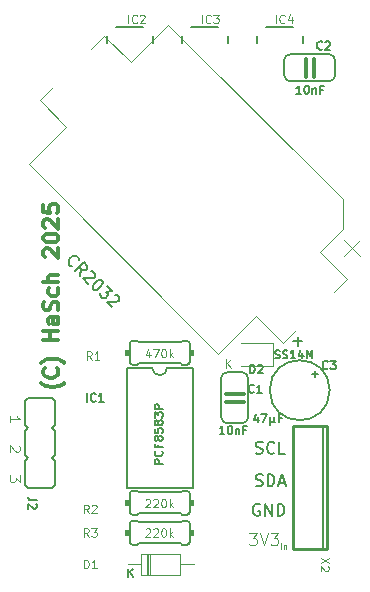
<source format=gbr>
%TF.GenerationSoftware,KiCad,Pcbnew,8.0.6*%
%TF.CreationDate,2025-07-11T22:44:48+02:00*%
%TF.ProjectId,PCF8583 1v4,50434638-3538-4332-9031-76342e6b6963,rev?*%
%TF.SameCoordinates,Original*%
%TF.FileFunction,Legend,Top*%
%TF.FilePolarity,Positive*%
%FSLAX46Y46*%
G04 Gerber Fmt 4.6, Leading zero omitted, Abs format (unit mm)*
G04 Created by KiCad (PCBNEW 8.0.6) date 2025-07-11 22:44:48*
%MOMM*%
%LPD*%
G01*
G04 APERTURE LIST*
%ADD10C,0.300000*%
%ADD11C,0.062500*%
%ADD12C,0.125000*%
%ADD13C,0.100000*%
%ADD14C,0.142240*%
%ADD15C,0.150000*%
%ADD16C,0.099060*%
%ADD17C,0.101600*%
%ADD18C,0.127000*%
%ADD19C,0.118872*%
%ADD20C,0.120000*%
%ADD21C,0.203200*%
%ADD22C,0.152400*%
%ADD23C,0.000000*%
%ADD24C,0.304800*%
%ADD25C,0.254000*%
G04 APERTURE END LIST*
D10*
X139320542Y-112621679D02*
X139258638Y-112683584D01*
X139258638Y-112683584D02*
X139072923Y-112807393D01*
X139072923Y-112807393D02*
X138949114Y-112869298D01*
X138949114Y-112869298D02*
X138763400Y-112931203D01*
X138763400Y-112931203D02*
X138453876Y-112993108D01*
X138453876Y-112993108D02*
X138206257Y-112993108D01*
X138206257Y-112993108D02*
X137896733Y-112931203D01*
X137896733Y-112931203D02*
X137711019Y-112869298D01*
X137711019Y-112869298D02*
X137587209Y-112807393D01*
X137587209Y-112807393D02*
X137401495Y-112683584D01*
X137401495Y-112683584D02*
X137339590Y-112621679D01*
X138701495Y-111383584D02*
X138763400Y-111445488D01*
X138763400Y-111445488D02*
X138825304Y-111631203D01*
X138825304Y-111631203D02*
X138825304Y-111755012D01*
X138825304Y-111755012D02*
X138763400Y-111940726D01*
X138763400Y-111940726D02*
X138639590Y-112064536D01*
X138639590Y-112064536D02*
X138515780Y-112126441D01*
X138515780Y-112126441D02*
X138268161Y-112188345D01*
X138268161Y-112188345D02*
X138082447Y-112188345D01*
X138082447Y-112188345D02*
X137834828Y-112126441D01*
X137834828Y-112126441D02*
X137711019Y-112064536D01*
X137711019Y-112064536D02*
X137587209Y-111940726D01*
X137587209Y-111940726D02*
X137525304Y-111755012D01*
X137525304Y-111755012D02*
X137525304Y-111631203D01*
X137525304Y-111631203D02*
X137587209Y-111445488D01*
X137587209Y-111445488D02*
X137649114Y-111383584D01*
X139320542Y-110950250D02*
X139258638Y-110888345D01*
X139258638Y-110888345D02*
X139072923Y-110764536D01*
X139072923Y-110764536D02*
X138949114Y-110702631D01*
X138949114Y-110702631D02*
X138763400Y-110640726D01*
X138763400Y-110640726D02*
X138453876Y-110578822D01*
X138453876Y-110578822D02*
X138206257Y-110578822D01*
X138206257Y-110578822D02*
X137896733Y-110640726D01*
X137896733Y-110640726D02*
X137711019Y-110702631D01*
X137711019Y-110702631D02*
X137587209Y-110764536D01*
X137587209Y-110764536D02*
X137401495Y-110888345D01*
X137401495Y-110888345D02*
X137339590Y-110950250D01*
X138825304Y-108969298D02*
X137525304Y-108969298D01*
X138144352Y-108969298D02*
X138144352Y-108226441D01*
X138825304Y-108226441D02*
X137525304Y-108226441D01*
X138825304Y-107050250D02*
X138144352Y-107050250D01*
X138144352Y-107050250D02*
X138020542Y-107112155D01*
X138020542Y-107112155D02*
X137958638Y-107235964D01*
X137958638Y-107235964D02*
X137958638Y-107483583D01*
X137958638Y-107483583D02*
X138020542Y-107607393D01*
X138763400Y-107050250D02*
X138825304Y-107174059D01*
X138825304Y-107174059D02*
X138825304Y-107483583D01*
X138825304Y-107483583D02*
X138763400Y-107607393D01*
X138763400Y-107607393D02*
X138639590Y-107669297D01*
X138639590Y-107669297D02*
X138515780Y-107669297D01*
X138515780Y-107669297D02*
X138391971Y-107607393D01*
X138391971Y-107607393D02*
X138330066Y-107483583D01*
X138330066Y-107483583D02*
X138330066Y-107174059D01*
X138330066Y-107174059D02*
X138268161Y-107050250D01*
X138763400Y-106493107D02*
X138825304Y-106307393D01*
X138825304Y-106307393D02*
X138825304Y-105997869D01*
X138825304Y-105997869D02*
X138763400Y-105874060D01*
X138763400Y-105874060D02*
X138701495Y-105812155D01*
X138701495Y-105812155D02*
X138577685Y-105750250D01*
X138577685Y-105750250D02*
X138453876Y-105750250D01*
X138453876Y-105750250D02*
X138330066Y-105812155D01*
X138330066Y-105812155D02*
X138268161Y-105874060D01*
X138268161Y-105874060D02*
X138206257Y-105997869D01*
X138206257Y-105997869D02*
X138144352Y-106245488D01*
X138144352Y-106245488D02*
X138082447Y-106369298D01*
X138082447Y-106369298D02*
X138020542Y-106431203D01*
X138020542Y-106431203D02*
X137896733Y-106493107D01*
X137896733Y-106493107D02*
X137772923Y-106493107D01*
X137772923Y-106493107D02*
X137649114Y-106431203D01*
X137649114Y-106431203D02*
X137587209Y-106369298D01*
X137587209Y-106369298D02*
X137525304Y-106245488D01*
X137525304Y-106245488D02*
X137525304Y-105935965D01*
X137525304Y-105935965D02*
X137587209Y-105750250D01*
X138763400Y-104635965D02*
X138825304Y-104759774D01*
X138825304Y-104759774D02*
X138825304Y-105007393D01*
X138825304Y-105007393D02*
X138763400Y-105131203D01*
X138763400Y-105131203D02*
X138701495Y-105193108D01*
X138701495Y-105193108D02*
X138577685Y-105255012D01*
X138577685Y-105255012D02*
X138206257Y-105255012D01*
X138206257Y-105255012D02*
X138082447Y-105193108D01*
X138082447Y-105193108D02*
X138020542Y-105131203D01*
X138020542Y-105131203D02*
X137958638Y-105007393D01*
X137958638Y-105007393D02*
X137958638Y-104759774D01*
X137958638Y-104759774D02*
X138020542Y-104635965D01*
X138825304Y-104078822D02*
X137525304Y-104078822D01*
X138825304Y-103521679D02*
X138144352Y-103521679D01*
X138144352Y-103521679D02*
X138020542Y-103583584D01*
X138020542Y-103583584D02*
X137958638Y-103707393D01*
X137958638Y-103707393D02*
X137958638Y-103893107D01*
X137958638Y-103893107D02*
X138020542Y-104016917D01*
X138020542Y-104016917D02*
X138082447Y-104078822D01*
X137649114Y-101974060D02*
X137587209Y-101912156D01*
X137587209Y-101912156D02*
X137525304Y-101788346D01*
X137525304Y-101788346D02*
X137525304Y-101478822D01*
X137525304Y-101478822D02*
X137587209Y-101355013D01*
X137587209Y-101355013D02*
X137649114Y-101293108D01*
X137649114Y-101293108D02*
X137772923Y-101231203D01*
X137772923Y-101231203D02*
X137896733Y-101231203D01*
X137896733Y-101231203D02*
X138082447Y-101293108D01*
X138082447Y-101293108D02*
X138825304Y-102035965D01*
X138825304Y-102035965D02*
X138825304Y-101231203D01*
X137525304Y-100426442D02*
X137525304Y-100302632D01*
X137525304Y-100302632D02*
X137587209Y-100178823D01*
X137587209Y-100178823D02*
X137649114Y-100116918D01*
X137649114Y-100116918D02*
X137772923Y-100055013D01*
X137772923Y-100055013D02*
X138020542Y-99993108D01*
X138020542Y-99993108D02*
X138330066Y-99993108D01*
X138330066Y-99993108D02*
X138577685Y-100055013D01*
X138577685Y-100055013D02*
X138701495Y-100116918D01*
X138701495Y-100116918D02*
X138763400Y-100178823D01*
X138763400Y-100178823D02*
X138825304Y-100302632D01*
X138825304Y-100302632D02*
X138825304Y-100426442D01*
X138825304Y-100426442D02*
X138763400Y-100550251D01*
X138763400Y-100550251D02*
X138701495Y-100612156D01*
X138701495Y-100612156D02*
X138577685Y-100674061D01*
X138577685Y-100674061D02*
X138330066Y-100735965D01*
X138330066Y-100735965D02*
X138020542Y-100735965D01*
X138020542Y-100735965D02*
X137772923Y-100674061D01*
X137772923Y-100674061D02*
X137649114Y-100612156D01*
X137649114Y-100612156D02*
X137587209Y-100550251D01*
X137587209Y-100550251D02*
X137525304Y-100426442D01*
X137649114Y-99497870D02*
X137587209Y-99435966D01*
X137587209Y-99435966D02*
X137525304Y-99312156D01*
X137525304Y-99312156D02*
X137525304Y-99002632D01*
X137525304Y-99002632D02*
X137587209Y-98878823D01*
X137587209Y-98878823D02*
X137649114Y-98816918D01*
X137649114Y-98816918D02*
X137772923Y-98755013D01*
X137772923Y-98755013D02*
X137896733Y-98755013D01*
X137896733Y-98755013D02*
X138082447Y-98816918D01*
X138082447Y-98816918D02*
X138825304Y-99559775D01*
X138825304Y-99559775D02*
X138825304Y-98755013D01*
X137525304Y-97578823D02*
X137525304Y-98197871D01*
X137525304Y-98197871D02*
X138144352Y-98259775D01*
X138144352Y-98259775D02*
X138082447Y-98197871D01*
X138082447Y-98197871D02*
X138020542Y-98074061D01*
X138020542Y-98074061D02*
X138020542Y-97764537D01*
X138020542Y-97764537D02*
X138082447Y-97640728D01*
X138082447Y-97640728D02*
X138144352Y-97578823D01*
X138144352Y-97578823D02*
X138268161Y-97516918D01*
X138268161Y-97516918D02*
X138577685Y-97516918D01*
X138577685Y-97516918D02*
X138701495Y-97578823D01*
X138701495Y-97578823D02*
X138763400Y-97640728D01*
X138763400Y-97640728D02*
X138825304Y-97764537D01*
X138825304Y-97764537D02*
X138825304Y-98074061D01*
X138825304Y-98074061D02*
X138763400Y-98197871D01*
X138763400Y-98197871D02*
X138701495Y-98259775D01*
D11*
X157660165Y-126685559D02*
X157660165Y-126352226D01*
X157660165Y-126185559D02*
X157636356Y-126209369D01*
X157636356Y-126209369D02*
X157660165Y-126233178D01*
X157660165Y-126233178D02*
X157683975Y-126209369D01*
X157683975Y-126209369D02*
X157660165Y-126185559D01*
X157660165Y-126185559D02*
X157660165Y-126233178D01*
X157898260Y-126352226D02*
X157898260Y-126685559D01*
X157898260Y-126399845D02*
X157922070Y-126376035D01*
X157922070Y-126376035D02*
X157969689Y-126352226D01*
X157969689Y-126352226D02*
X158041117Y-126352226D01*
X158041117Y-126352226D02*
X158088736Y-126376035D01*
X158088736Y-126376035D02*
X158112546Y-126423654D01*
X158112546Y-126423654D02*
X158112546Y-126685559D01*
D12*
X154975093Y-125371119D02*
X155594140Y-125371119D01*
X155594140Y-125371119D02*
X155260807Y-125752071D01*
X155260807Y-125752071D02*
X155403664Y-125752071D01*
X155403664Y-125752071D02*
X155498902Y-125799690D01*
X155498902Y-125799690D02*
X155546521Y-125847309D01*
X155546521Y-125847309D02*
X155594140Y-125942547D01*
X155594140Y-125942547D02*
X155594140Y-126180642D01*
X155594140Y-126180642D02*
X155546521Y-126275880D01*
X155546521Y-126275880D02*
X155498902Y-126323500D01*
X155498902Y-126323500D02*
X155403664Y-126371119D01*
X155403664Y-126371119D02*
X155117950Y-126371119D01*
X155117950Y-126371119D02*
X155022712Y-126323500D01*
X155022712Y-126323500D02*
X154975093Y-126275880D01*
X155879855Y-125371119D02*
X156213188Y-126371119D01*
X156213188Y-126371119D02*
X156546521Y-125371119D01*
X156784617Y-125371119D02*
X157403664Y-125371119D01*
X157403664Y-125371119D02*
X157070331Y-125752071D01*
X157070331Y-125752071D02*
X157213188Y-125752071D01*
X157213188Y-125752071D02*
X157308426Y-125799690D01*
X157308426Y-125799690D02*
X157356045Y-125847309D01*
X157356045Y-125847309D02*
X157403664Y-125942547D01*
X157403664Y-125942547D02*
X157403664Y-126180642D01*
X157403664Y-126180642D02*
X157356045Y-126275880D01*
X157356045Y-126275880D02*
X157308426Y-126323500D01*
X157308426Y-126323500D02*
X157213188Y-126371119D01*
X157213188Y-126371119D02*
X156927474Y-126371119D01*
X156927474Y-126371119D02*
X156832236Y-126323500D01*
X156832236Y-126323500D02*
X156784617Y-126275880D01*
D13*
X153006265Y-111396895D02*
X153006265Y-110596895D01*
X153463408Y-111396895D02*
X153120550Y-110939752D01*
X153463408Y-110596895D02*
X153006265Y-111054038D01*
D14*
X155855482Y-122917841D02*
X155760244Y-122870222D01*
X155760244Y-122870222D02*
X155617387Y-122870222D01*
X155617387Y-122870222D02*
X155474530Y-122917841D01*
X155474530Y-122917841D02*
X155379292Y-123013079D01*
X155379292Y-123013079D02*
X155331673Y-123108317D01*
X155331673Y-123108317D02*
X155284054Y-123298793D01*
X155284054Y-123298793D02*
X155284054Y-123441650D01*
X155284054Y-123441650D02*
X155331673Y-123632126D01*
X155331673Y-123632126D02*
X155379292Y-123727364D01*
X155379292Y-123727364D02*
X155474530Y-123822603D01*
X155474530Y-123822603D02*
X155617387Y-123870222D01*
X155617387Y-123870222D02*
X155712625Y-123870222D01*
X155712625Y-123870222D02*
X155855482Y-123822603D01*
X155855482Y-123822603D02*
X155903101Y-123774983D01*
X155903101Y-123774983D02*
X155903101Y-123441650D01*
X155903101Y-123441650D02*
X155712625Y-123441650D01*
X156331673Y-123870222D02*
X156331673Y-122870222D01*
X156331673Y-122870222D02*
X156903101Y-123870222D01*
X156903101Y-123870222D02*
X156903101Y-122870222D01*
X157379292Y-123870222D02*
X157379292Y-122870222D01*
X157379292Y-122870222D02*
X157617387Y-122870222D01*
X157617387Y-122870222D02*
X157760244Y-122917841D01*
X157760244Y-122917841D02*
X157855482Y-123013079D01*
X157855482Y-123013079D02*
X157903101Y-123108317D01*
X157903101Y-123108317D02*
X157950720Y-123298793D01*
X157950720Y-123298793D02*
X157950720Y-123441650D01*
X157950720Y-123441650D02*
X157903101Y-123632126D01*
X157903101Y-123632126D02*
X157855482Y-123727364D01*
X157855482Y-123727364D02*
X157760244Y-123822603D01*
X157760244Y-123822603D02*
X157617387Y-123870222D01*
X157617387Y-123870222D02*
X157379292Y-123870222D01*
X155534054Y-118572603D02*
X155676911Y-118620222D01*
X155676911Y-118620222D02*
X155915006Y-118620222D01*
X155915006Y-118620222D02*
X156010244Y-118572603D01*
X156010244Y-118572603D02*
X156057863Y-118524983D01*
X156057863Y-118524983D02*
X156105482Y-118429745D01*
X156105482Y-118429745D02*
X156105482Y-118334507D01*
X156105482Y-118334507D02*
X156057863Y-118239269D01*
X156057863Y-118239269D02*
X156010244Y-118191650D01*
X156010244Y-118191650D02*
X155915006Y-118144031D01*
X155915006Y-118144031D02*
X155724530Y-118096412D01*
X155724530Y-118096412D02*
X155629292Y-118048793D01*
X155629292Y-118048793D02*
X155581673Y-118001174D01*
X155581673Y-118001174D02*
X155534054Y-117905936D01*
X155534054Y-117905936D02*
X155534054Y-117810698D01*
X155534054Y-117810698D02*
X155581673Y-117715460D01*
X155581673Y-117715460D02*
X155629292Y-117667841D01*
X155629292Y-117667841D02*
X155724530Y-117620222D01*
X155724530Y-117620222D02*
X155962625Y-117620222D01*
X155962625Y-117620222D02*
X156105482Y-117667841D01*
X157105482Y-118524983D02*
X157057863Y-118572603D01*
X157057863Y-118572603D02*
X156915006Y-118620222D01*
X156915006Y-118620222D02*
X156819768Y-118620222D01*
X156819768Y-118620222D02*
X156676911Y-118572603D01*
X156676911Y-118572603D02*
X156581673Y-118477364D01*
X156581673Y-118477364D02*
X156534054Y-118382126D01*
X156534054Y-118382126D02*
X156486435Y-118191650D01*
X156486435Y-118191650D02*
X156486435Y-118048793D01*
X156486435Y-118048793D02*
X156534054Y-117858317D01*
X156534054Y-117858317D02*
X156581673Y-117763079D01*
X156581673Y-117763079D02*
X156676911Y-117667841D01*
X156676911Y-117667841D02*
X156819768Y-117620222D01*
X156819768Y-117620222D02*
X156915006Y-117620222D01*
X156915006Y-117620222D02*
X157057863Y-117667841D01*
X157057863Y-117667841D02*
X157105482Y-117715460D01*
X158010244Y-118620222D02*
X157534054Y-118620222D01*
X157534054Y-118620222D02*
X157534054Y-117620222D01*
X155534054Y-121322603D02*
X155676911Y-121370222D01*
X155676911Y-121370222D02*
X155915006Y-121370222D01*
X155915006Y-121370222D02*
X156010244Y-121322603D01*
X156010244Y-121322603D02*
X156057863Y-121274983D01*
X156057863Y-121274983D02*
X156105482Y-121179745D01*
X156105482Y-121179745D02*
X156105482Y-121084507D01*
X156105482Y-121084507D02*
X156057863Y-120989269D01*
X156057863Y-120989269D02*
X156010244Y-120941650D01*
X156010244Y-120941650D02*
X155915006Y-120894031D01*
X155915006Y-120894031D02*
X155724530Y-120846412D01*
X155724530Y-120846412D02*
X155629292Y-120798793D01*
X155629292Y-120798793D02*
X155581673Y-120751174D01*
X155581673Y-120751174D02*
X155534054Y-120655936D01*
X155534054Y-120655936D02*
X155534054Y-120560698D01*
X155534054Y-120560698D02*
X155581673Y-120465460D01*
X155581673Y-120465460D02*
X155629292Y-120417841D01*
X155629292Y-120417841D02*
X155724530Y-120370222D01*
X155724530Y-120370222D02*
X155962625Y-120370222D01*
X155962625Y-120370222D02*
X156105482Y-120417841D01*
X156534054Y-121370222D02*
X156534054Y-120370222D01*
X156534054Y-120370222D02*
X156772149Y-120370222D01*
X156772149Y-120370222D02*
X156915006Y-120417841D01*
X156915006Y-120417841D02*
X157010244Y-120513079D01*
X157010244Y-120513079D02*
X157057863Y-120608317D01*
X157057863Y-120608317D02*
X157105482Y-120798793D01*
X157105482Y-120798793D02*
X157105482Y-120941650D01*
X157105482Y-120941650D02*
X157057863Y-121132126D01*
X157057863Y-121132126D02*
X157010244Y-121227364D01*
X157010244Y-121227364D02*
X156915006Y-121322603D01*
X156915006Y-121322603D02*
X156772149Y-121370222D01*
X156772149Y-121370222D02*
X156534054Y-121370222D01*
X157486435Y-121084507D02*
X157962625Y-121084507D01*
X157391197Y-121370222D02*
X157724530Y-120370222D01*
X157724530Y-120370222D02*
X158057863Y-121370222D01*
D15*
X140014180Y-102772704D02*
X139946837Y-102772704D01*
X139946837Y-102772704D02*
X139812150Y-102705361D01*
X139812150Y-102705361D02*
X139744806Y-102638017D01*
X139744806Y-102638017D02*
X139677463Y-102503330D01*
X139677463Y-102503330D02*
X139677463Y-102368643D01*
X139677463Y-102368643D02*
X139711134Y-102267628D01*
X139711134Y-102267628D02*
X139812150Y-102099269D01*
X139812150Y-102099269D02*
X139913165Y-101998254D01*
X139913165Y-101998254D02*
X140081524Y-101897239D01*
X140081524Y-101897239D02*
X140182539Y-101863567D01*
X140182539Y-101863567D02*
X140317226Y-101863567D01*
X140317226Y-101863567D02*
X140451913Y-101930911D01*
X140451913Y-101930911D02*
X140519257Y-101998254D01*
X140519257Y-101998254D02*
X140586600Y-102132941D01*
X140586600Y-102132941D02*
X140586600Y-102200285D01*
X140653944Y-103547155D02*
X140754959Y-102974735D01*
X140249882Y-103143094D02*
X140956989Y-102435987D01*
X140956989Y-102435987D02*
X141226363Y-102705361D01*
X141226363Y-102705361D02*
X141260035Y-102806376D01*
X141260035Y-102806376D02*
X141260035Y-102873720D01*
X141260035Y-102873720D02*
X141226363Y-102974735D01*
X141226363Y-102974735D02*
X141125348Y-103075750D01*
X141125348Y-103075750D02*
X141024333Y-103109422D01*
X141024333Y-103109422D02*
X140956989Y-103109422D01*
X140956989Y-103109422D02*
X140855974Y-103075750D01*
X140855974Y-103075750D02*
X140586600Y-102806376D01*
X141563081Y-103176766D02*
X141630424Y-103176766D01*
X141630424Y-103176766D02*
X141731440Y-103210437D01*
X141731440Y-103210437D02*
X141899798Y-103378796D01*
X141899798Y-103378796D02*
X141933470Y-103479811D01*
X141933470Y-103479811D02*
X141933470Y-103547155D01*
X141933470Y-103547155D02*
X141899798Y-103648170D01*
X141899798Y-103648170D02*
X141832455Y-103715514D01*
X141832455Y-103715514D02*
X141697768Y-103782857D01*
X141697768Y-103782857D02*
X140889646Y-103782857D01*
X140889646Y-103782857D02*
X141327379Y-104220590D01*
X142472218Y-103951216D02*
X142539562Y-104018559D01*
X142539562Y-104018559D02*
X142573233Y-104119575D01*
X142573233Y-104119575D02*
X142573233Y-104186918D01*
X142573233Y-104186918D02*
X142539562Y-104287933D01*
X142539562Y-104287933D02*
X142438546Y-104456292D01*
X142438546Y-104456292D02*
X142270188Y-104624651D01*
X142270188Y-104624651D02*
X142101829Y-104725666D01*
X142101829Y-104725666D02*
X142000814Y-104759338D01*
X142000814Y-104759338D02*
X141933470Y-104759338D01*
X141933470Y-104759338D02*
X141832455Y-104725666D01*
X141832455Y-104725666D02*
X141765111Y-104658323D01*
X141765111Y-104658323D02*
X141731440Y-104557307D01*
X141731440Y-104557307D02*
X141731440Y-104489964D01*
X141731440Y-104489964D02*
X141765111Y-104388949D01*
X141765111Y-104388949D02*
X141866127Y-104220590D01*
X141866127Y-104220590D02*
X142034485Y-104052231D01*
X142034485Y-104052231D02*
X142202844Y-103951216D01*
X142202844Y-103951216D02*
X142303859Y-103917544D01*
X142303859Y-103917544D02*
X142371203Y-103917544D01*
X142371203Y-103917544D02*
X142472218Y-103951216D01*
X142943623Y-104422620D02*
X143381355Y-104860353D01*
X143381355Y-104860353D02*
X142876279Y-104894025D01*
X142876279Y-104894025D02*
X142977294Y-104995040D01*
X142977294Y-104995040D02*
X143010966Y-105096055D01*
X143010966Y-105096055D02*
X143010966Y-105163399D01*
X143010966Y-105163399D02*
X142977294Y-105264414D01*
X142977294Y-105264414D02*
X142808936Y-105432773D01*
X142808936Y-105432773D02*
X142707920Y-105466445D01*
X142707920Y-105466445D02*
X142640577Y-105466445D01*
X142640577Y-105466445D02*
X142539562Y-105432773D01*
X142539562Y-105432773D02*
X142337531Y-105230742D01*
X142337531Y-105230742D02*
X142303859Y-105129727D01*
X142303859Y-105129727D02*
X142303859Y-105062384D01*
X143583386Y-105197071D02*
X143650729Y-105197071D01*
X143650729Y-105197071D02*
X143751745Y-105230742D01*
X143751745Y-105230742D02*
X143920104Y-105399101D01*
X143920104Y-105399101D02*
X143953775Y-105500116D01*
X143953775Y-105500116D02*
X143953775Y-105567460D01*
X143953775Y-105567460D02*
X143920104Y-105668475D01*
X143920104Y-105668475D02*
X143852760Y-105735819D01*
X143852760Y-105735819D02*
X143718073Y-105803162D01*
X143718073Y-105803162D02*
X142909951Y-105803162D01*
X142909951Y-105803162D02*
X143347684Y-106240895D01*
X158718489Y-109111892D02*
X159480394Y-109111892D01*
X159099441Y-109492845D02*
X159099441Y-108730940D01*
X144751666Y-129066033D02*
X144751666Y-128366033D01*
X145151666Y-129066033D02*
X144851666Y-128666033D01*
X145151666Y-128366033D02*
X144751666Y-128766033D01*
D16*
X140983333Y-128318681D02*
X140983333Y-127618681D01*
X140983333Y-127618681D02*
X141150000Y-127618681D01*
X141150000Y-127618681D02*
X141250000Y-127652014D01*
X141250000Y-127652014D02*
X141316667Y-127718681D01*
X141316667Y-127718681D02*
X141350000Y-127785348D01*
X141350000Y-127785348D02*
X141383333Y-127918681D01*
X141383333Y-127918681D02*
X141383333Y-128018681D01*
X141383333Y-128018681D02*
X141350000Y-128152014D01*
X141350000Y-128152014D02*
X141316667Y-128218681D01*
X141316667Y-128218681D02*
X141250000Y-128285348D01*
X141250000Y-128285348D02*
X141150000Y-128318681D01*
X141150000Y-128318681D02*
X140983333Y-128318681D01*
X142050000Y-128318681D02*
X141650000Y-128318681D01*
X141850000Y-128318681D02*
X141850000Y-127618681D01*
X141850000Y-127618681D02*
X141783333Y-127718681D01*
X141783333Y-127718681D02*
X141716667Y-127785348D01*
X141716667Y-127785348D02*
X141650000Y-127818681D01*
D17*
X157233508Y-82159049D02*
X157233508Y-81459049D01*
X157966841Y-82092382D02*
X157933508Y-82125716D01*
X157933508Y-82125716D02*
X157833508Y-82159049D01*
X157833508Y-82159049D02*
X157766841Y-82159049D01*
X157766841Y-82159049D02*
X157666841Y-82125716D01*
X157666841Y-82125716D02*
X157600175Y-82059049D01*
X157600175Y-82059049D02*
X157566841Y-81992382D01*
X157566841Y-81992382D02*
X157533508Y-81859049D01*
X157533508Y-81859049D02*
X157533508Y-81759049D01*
X157533508Y-81759049D02*
X157566841Y-81625716D01*
X157566841Y-81625716D02*
X157600175Y-81559049D01*
X157600175Y-81559049D02*
X157666841Y-81492382D01*
X157666841Y-81492382D02*
X157766841Y-81459049D01*
X157766841Y-81459049D02*
X157833508Y-81459049D01*
X157833508Y-81459049D02*
X157933508Y-81492382D01*
X157933508Y-81492382D02*
X157966841Y-81525716D01*
X158566841Y-81692382D02*
X158566841Y-82159049D01*
X158400175Y-81425716D02*
X158233508Y-81925716D01*
X158233508Y-81925716D02*
X158666841Y-81925716D01*
D16*
X141631837Y-110659181D02*
X141398504Y-110325848D01*
X141231837Y-110659181D02*
X141231837Y-109959181D01*
X141231837Y-109959181D02*
X141498504Y-109959181D01*
X141498504Y-109959181D02*
X141565171Y-109992514D01*
X141565171Y-109992514D02*
X141598504Y-110025848D01*
X141598504Y-110025848D02*
X141631837Y-110092514D01*
X141631837Y-110092514D02*
X141631837Y-110192514D01*
X141631837Y-110192514D02*
X141598504Y-110259181D01*
X141598504Y-110259181D02*
X141565171Y-110292514D01*
X141565171Y-110292514D02*
X141498504Y-110325848D01*
X141498504Y-110325848D02*
X141231837Y-110325848D01*
X142298504Y-110659181D02*
X141898504Y-110659181D01*
X142098504Y-110659181D02*
X142098504Y-109959181D01*
X142098504Y-109959181D02*
X142031837Y-110059181D01*
X142031837Y-110059181D02*
X141965171Y-110125848D01*
X141965171Y-110125848D02*
X141898504Y-110159181D01*
X146531837Y-110003714D02*
X146531837Y-110470381D01*
X146365171Y-109737048D02*
X146198504Y-110237048D01*
X146198504Y-110237048D02*
X146631837Y-110237048D01*
X146831838Y-109770381D02*
X147298504Y-109770381D01*
X147298504Y-109770381D02*
X146998504Y-110470381D01*
X147698505Y-109770381D02*
X147765171Y-109770381D01*
X147765171Y-109770381D02*
X147831838Y-109803714D01*
X147831838Y-109803714D02*
X147865171Y-109837048D01*
X147865171Y-109837048D02*
X147898505Y-109903714D01*
X147898505Y-109903714D02*
X147931838Y-110037048D01*
X147931838Y-110037048D02*
X147931838Y-110203714D01*
X147931838Y-110203714D02*
X147898505Y-110337048D01*
X147898505Y-110337048D02*
X147865171Y-110403714D01*
X147865171Y-110403714D02*
X147831838Y-110437048D01*
X147831838Y-110437048D02*
X147765171Y-110470381D01*
X147765171Y-110470381D02*
X147698505Y-110470381D01*
X147698505Y-110470381D02*
X147631838Y-110437048D01*
X147631838Y-110437048D02*
X147598505Y-110403714D01*
X147598505Y-110403714D02*
X147565171Y-110337048D01*
X147565171Y-110337048D02*
X147531838Y-110203714D01*
X147531838Y-110203714D02*
X147531838Y-110037048D01*
X147531838Y-110037048D02*
X147565171Y-109903714D01*
X147565171Y-109903714D02*
X147598505Y-109837048D01*
X147598505Y-109837048D02*
X147631838Y-109803714D01*
X147631838Y-109803714D02*
X147698505Y-109770381D01*
X148231838Y-110470381D02*
X148231838Y-109770381D01*
X148298505Y-110203714D02*
X148498505Y-110470381D01*
X148498505Y-110003714D02*
X148231838Y-110270381D01*
D17*
X150983508Y-82159049D02*
X150983508Y-81459049D01*
X151716841Y-82092382D02*
X151683508Y-82125716D01*
X151683508Y-82125716D02*
X151583508Y-82159049D01*
X151583508Y-82159049D02*
X151516841Y-82159049D01*
X151516841Y-82159049D02*
X151416841Y-82125716D01*
X151416841Y-82125716D02*
X151350175Y-82059049D01*
X151350175Y-82059049D02*
X151316841Y-81992382D01*
X151316841Y-81992382D02*
X151283508Y-81859049D01*
X151283508Y-81859049D02*
X151283508Y-81759049D01*
X151283508Y-81759049D02*
X151316841Y-81625716D01*
X151316841Y-81625716D02*
X151350175Y-81559049D01*
X151350175Y-81559049D02*
X151416841Y-81492382D01*
X151416841Y-81492382D02*
X151516841Y-81459049D01*
X151516841Y-81459049D02*
X151583508Y-81459049D01*
X151583508Y-81459049D02*
X151683508Y-81492382D01*
X151683508Y-81492382D02*
X151716841Y-81525716D01*
X151950175Y-81459049D02*
X152383508Y-81459049D01*
X152383508Y-81459049D02*
X152150175Y-81725716D01*
X152150175Y-81725716D02*
X152250175Y-81725716D01*
X152250175Y-81725716D02*
X152316841Y-81759049D01*
X152316841Y-81759049D02*
X152350175Y-81792382D01*
X152350175Y-81792382D02*
X152383508Y-81859049D01*
X152383508Y-81859049D02*
X152383508Y-82025716D01*
X152383508Y-82025716D02*
X152350175Y-82092382D01*
X152350175Y-82092382D02*
X152316841Y-82125716D01*
X152316841Y-82125716D02*
X152250175Y-82159049D01*
X152250175Y-82159049D02*
X152050175Y-82159049D01*
X152050175Y-82159049D02*
X151983508Y-82125716D01*
X151983508Y-82125716D02*
X151950175Y-82092382D01*
D18*
X161150218Y-84341062D02*
X161116885Y-84374396D01*
X161116885Y-84374396D02*
X161016885Y-84407729D01*
X161016885Y-84407729D02*
X160950218Y-84407729D01*
X160950218Y-84407729D02*
X160850218Y-84374396D01*
X160850218Y-84374396D02*
X160783552Y-84307729D01*
X160783552Y-84307729D02*
X160750218Y-84241062D01*
X160750218Y-84241062D02*
X160716885Y-84107729D01*
X160716885Y-84107729D02*
X160716885Y-84007729D01*
X160716885Y-84007729D02*
X160750218Y-83874396D01*
X160750218Y-83874396D02*
X160783552Y-83807729D01*
X160783552Y-83807729D02*
X160850218Y-83741062D01*
X160850218Y-83741062D02*
X160950218Y-83707729D01*
X160950218Y-83707729D02*
X161016885Y-83707729D01*
X161016885Y-83707729D02*
X161116885Y-83741062D01*
X161116885Y-83741062D02*
X161150218Y-83774396D01*
X161416885Y-83774396D02*
X161450218Y-83741062D01*
X161450218Y-83741062D02*
X161516885Y-83707729D01*
X161516885Y-83707729D02*
X161683552Y-83707729D01*
X161683552Y-83707729D02*
X161750218Y-83741062D01*
X161750218Y-83741062D02*
X161783552Y-83774396D01*
X161783552Y-83774396D02*
X161816885Y-83841062D01*
X161816885Y-83841062D02*
X161816885Y-83907729D01*
X161816885Y-83907729D02*
X161783552Y-84007729D01*
X161783552Y-84007729D02*
X161383552Y-84407729D01*
X161383552Y-84407729D02*
X161816885Y-84407729D01*
X159366885Y-88157729D02*
X158966885Y-88157729D01*
X159166885Y-88157729D02*
X159166885Y-87457729D01*
X159166885Y-87457729D02*
X159100218Y-87557729D01*
X159100218Y-87557729D02*
X159033552Y-87624396D01*
X159033552Y-87624396D02*
X158966885Y-87657729D01*
X159800219Y-87457729D02*
X159866885Y-87457729D01*
X159866885Y-87457729D02*
X159933552Y-87491062D01*
X159933552Y-87491062D02*
X159966885Y-87524396D01*
X159966885Y-87524396D02*
X160000219Y-87591062D01*
X160000219Y-87591062D02*
X160033552Y-87724396D01*
X160033552Y-87724396D02*
X160033552Y-87891062D01*
X160033552Y-87891062D02*
X160000219Y-88024396D01*
X160000219Y-88024396D02*
X159966885Y-88091062D01*
X159966885Y-88091062D02*
X159933552Y-88124396D01*
X159933552Y-88124396D02*
X159866885Y-88157729D01*
X159866885Y-88157729D02*
X159800219Y-88157729D01*
X159800219Y-88157729D02*
X159733552Y-88124396D01*
X159733552Y-88124396D02*
X159700219Y-88091062D01*
X159700219Y-88091062D02*
X159666885Y-88024396D01*
X159666885Y-88024396D02*
X159633552Y-87891062D01*
X159633552Y-87891062D02*
X159633552Y-87724396D01*
X159633552Y-87724396D02*
X159666885Y-87591062D01*
X159666885Y-87591062D02*
X159700219Y-87524396D01*
X159700219Y-87524396D02*
X159733552Y-87491062D01*
X159733552Y-87491062D02*
X159800219Y-87457729D01*
X160333552Y-87691062D02*
X160333552Y-88157729D01*
X160333552Y-87757729D02*
X160366886Y-87724396D01*
X160366886Y-87724396D02*
X160433552Y-87691062D01*
X160433552Y-87691062D02*
X160533552Y-87691062D01*
X160533552Y-87691062D02*
X160600219Y-87724396D01*
X160600219Y-87724396D02*
X160633552Y-87791062D01*
X160633552Y-87791062D02*
X160633552Y-88157729D01*
X161200219Y-87791062D02*
X160966885Y-87791062D01*
X160966885Y-88157729D02*
X160966885Y-87457729D01*
X160966885Y-87457729D02*
X161300219Y-87457729D01*
D17*
X144733508Y-82159049D02*
X144733508Y-81459049D01*
X145466841Y-82092382D02*
X145433508Y-82125716D01*
X145433508Y-82125716D02*
X145333508Y-82159049D01*
X145333508Y-82159049D02*
X145266841Y-82159049D01*
X145266841Y-82159049D02*
X145166841Y-82125716D01*
X145166841Y-82125716D02*
X145100175Y-82059049D01*
X145100175Y-82059049D02*
X145066841Y-81992382D01*
X145066841Y-81992382D02*
X145033508Y-81859049D01*
X145033508Y-81859049D02*
X145033508Y-81759049D01*
X145033508Y-81759049D02*
X145066841Y-81625716D01*
X145066841Y-81625716D02*
X145100175Y-81559049D01*
X145100175Y-81559049D02*
X145166841Y-81492382D01*
X145166841Y-81492382D02*
X145266841Y-81459049D01*
X145266841Y-81459049D02*
X145333508Y-81459049D01*
X145333508Y-81459049D02*
X145433508Y-81492382D01*
X145433508Y-81492382D02*
X145466841Y-81525716D01*
X145733508Y-81525716D02*
X145766841Y-81492382D01*
X145766841Y-81492382D02*
X145833508Y-81459049D01*
X145833508Y-81459049D02*
X146000175Y-81459049D01*
X146000175Y-81459049D02*
X146066841Y-81492382D01*
X146066841Y-81492382D02*
X146100175Y-81525716D01*
X146100175Y-81525716D02*
X146133508Y-81592382D01*
X146133508Y-81592382D02*
X146133508Y-81659049D01*
X146133508Y-81659049D02*
X146100175Y-81759049D01*
X146100175Y-81759049D02*
X145700175Y-82159049D01*
X145700175Y-82159049D02*
X146133508Y-82159049D01*
D16*
X141381837Y-123659181D02*
X141148504Y-123325848D01*
X140981837Y-123659181D02*
X140981837Y-122959181D01*
X140981837Y-122959181D02*
X141248504Y-122959181D01*
X141248504Y-122959181D02*
X141315171Y-122992514D01*
X141315171Y-122992514D02*
X141348504Y-123025848D01*
X141348504Y-123025848D02*
X141381837Y-123092514D01*
X141381837Y-123092514D02*
X141381837Y-123192514D01*
X141381837Y-123192514D02*
X141348504Y-123259181D01*
X141348504Y-123259181D02*
X141315171Y-123292514D01*
X141315171Y-123292514D02*
X141248504Y-123325848D01*
X141248504Y-123325848D02*
X140981837Y-123325848D01*
X141648504Y-123025848D02*
X141681837Y-122992514D01*
X141681837Y-122992514D02*
X141748504Y-122959181D01*
X141748504Y-122959181D02*
X141915171Y-122959181D01*
X141915171Y-122959181D02*
X141981837Y-122992514D01*
X141981837Y-122992514D02*
X142015171Y-123025848D01*
X142015171Y-123025848D02*
X142048504Y-123092514D01*
X142048504Y-123092514D02*
X142048504Y-123159181D01*
X142048504Y-123159181D02*
X142015171Y-123259181D01*
X142015171Y-123259181D02*
X141615171Y-123659181D01*
X141615171Y-123659181D02*
X142048504Y-123659181D01*
X146198504Y-122525848D02*
X146231837Y-122492514D01*
X146231837Y-122492514D02*
X146298504Y-122459181D01*
X146298504Y-122459181D02*
X146465171Y-122459181D01*
X146465171Y-122459181D02*
X146531837Y-122492514D01*
X146531837Y-122492514D02*
X146565171Y-122525848D01*
X146565171Y-122525848D02*
X146598504Y-122592514D01*
X146598504Y-122592514D02*
X146598504Y-122659181D01*
X146598504Y-122659181D02*
X146565171Y-122759181D01*
X146565171Y-122759181D02*
X146165171Y-123159181D01*
X146165171Y-123159181D02*
X146598504Y-123159181D01*
X146865171Y-122525848D02*
X146898504Y-122492514D01*
X146898504Y-122492514D02*
X146965171Y-122459181D01*
X146965171Y-122459181D02*
X147131838Y-122459181D01*
X147131838Y-122459181D02*
X147198504Y-122492514D01*
X147198504Y-122492514D02*
X147231838Y-122525848D01*
X147231838Y-122525848D02*
X147265171Y-122592514D01*
X147265171Y-122592514D02*
X147265171Y-122659181D01*
X147265171Y-122659181D02*
X147231838Y-122759181D01*
X147231838Y-122759181D02*
X146831838Y-123159181D01*
X146831838Y-123159181D02*
X147265171Y-123159181D01*
X147698505Y-122459181D02*
X147765171Y-122459181D01*
X147765171Y-122459181D02*
X147831838Y-122492514D01*
X147831838Y-122492514D02*
X147865171Y-122525848D01*
X147865171Y-122525848D02*
X147898505Y-122592514D01*
X147898505Y-122592514D02*
X147931838Y-122725848D01*
X147931838Y-122725848D02*
X147931838Y-122892514D01*
X147931838Y-122892514D02*
X147898505Y-123025848D01*
X147898505Y-123025848D02*
X147865171Y-123092514D01*
X147865171Y-123092514D02*
X147831838Y-123125848D01*
X147831838Y-123125848D02*
X147765171Y-123159181D01*
X147765171Y-123159181D02*
X147698505Y-123159181D01*
X147698505Y-123159181D02*
X147631838Y-123125848D01*
X147631838Y-123125848D02*
X147598505Y-123092514D01*
X147598505Y-123092514D02*
X147565171Y-123025848D01*
X147565171Y-123025848D02*
X147531838Y-122892514D01*
X147531838Y-122892514D02*
X147531838Y-122725848D01*
X147531838Y-122725848D02*
X147565171Y-122592514D01*
X147565171Y-122592514D02*
X147598505Y-122525848D01*
X147598505Y-122525848D02*
X147631838Y-122492514D01*
X147631838Y-122492514D02*
X147698505Y-122459181D01*
X148231838Y-123159181D02*
X148231838Y-122459181D01*
X148298505Y-122892514D02*
X148498505Y-123159181D01*
X148498505Y-122692514D02*
X148231838Y-122959181D01*
D18*
X161616447Y-111410062D02*
X161583114Y-111443396D01*
X161583114Y-111443396D02*
X161483114Y-111476729D01*
X161483114Y-111476729D02*
X161416447Y-111476729D01*
X161416447Y-111476729D02*
X161316447Y-111443396D01*
X161316447Y-111443396D02*
X161249781Y-111376729D01*
X161249781Y-111376729D02*
X161216447Y-111310062D01*
X161216447Y-111310062D02*
X161183114Y-111176729D01*
X161183114Y-111176729D02*
X161183114Y-111076729D01*
X161183114Y-111076729D02*
X161216447Y-110943396D01*
X161216447Y-110943396D02*
X161249781Y-110876729D01*
X161249781Y-110876729D02*
X161316447Y-110810062D01*
X161316447Y-110810062D02*
X161416447Y-110776729D01*
X161416447Y-110776729D02*
X161483114Y-110776729D01*
X161483114Y-110776729D02*
X161583114Y-110810062D01*
X161583114Y-110810062D02*
X161616447Y-110843396D01*
X161849781Y-110776729D02*
X162283114Y-110776729D01*
X162283114Y-110776729D02*
X162049781Y-111043396D01*
X162049781Y-111043396D02*
X162149781Y-111043396D01*
X162149781Y-111043396D02*
X162216447Y-111076729D01*
X162216447Y-111076729D02*
X162249781Y-111110062D01*
X162249781Y-111110062D02*
X162283114Y-111176729D01*
X162283114Y-111176729D02*
X162283114Y-111343396D01*
X162283114Y-111343396D02*
X162249781Y-111410062D01*
X162249781Y-111410062D02*
X162216447Y-111443396D01*
X162216447Y-111443396D02*
X162149781Y-111476729D01*
X162149781Y-111476729D02*
X161949781Y-111476729D01*
X161949781Y-111476729D02*
X161883114Y-111443396D01*
X161883114Y-111443396D02*
X161849781Y-111410062D01*
X155716447Y-115510062D02*
X155716447Y-115976729D01*
X155549781Y-115243396D02*
X155383114Y-115743396D01*
X155383114Y-115743396D02*
X155816447Y-115743396D01*
X156016448Y-115276729D02*
X156483114Y-115276729D01*
X156483114Y-115276729D02*
X156183114Y-115976729D01*
X156749781Y-115510062D02*
X156749781Y-116210062D01*
X157083115Y-115876729D02*
X157116448Y-115943396D01*
X157116448Y-115943396D02*
X157183115Y-115976729D01*
X156749781Y-115876729D02*
X156783115Y-115943396D01*
X156783115Y-115943396D02*
X156849781Y-115976729D01*
X156849781Y-115976729D02*
X156983115Y-115976729D01*
X156983115Y-115976729D02*
X157049781Y-115943396D01*
X157049781Y-115943396D02*
X157083115Y-115876729D01*
X157083115Y-115876729D02*
X157083115Y-115510062D01*
X157716448Y-115610062D02*
X157483114Y-115610062D01*
X157483114Y-115976729D02*
X157483114Y-115276729D01*
X157483114Y-115276729D02*
X157816448Y-115276729D01*
D16*
X141381837Y-125659181D02*
X141148504Y-125325848D01*
X140981837Y-125659181D02*
X140981837Y-124959181D01*
X140981837Y-124959181D02*
X141248504Y-124959181D01*
X141248504Y-124959181D02*
X141315171Y-124992514D01*
X141315171Y-124992514D02*
X141348504Y-125025848D01*
X141348504Y-125025848D02*
X141381837Y-125092514D01*
X141381837Y-125092514D02*
X141381837Y-125192514D01*
X141381837Y-125192514D02*
X141348504Y-125259181D01*
X141348504Y-125259181D02*
X141315171Y-125292514D01*
X141315171Y-125292514D02*
X141248504Y-125325848D01*
X141248504Y-125325848D02*
X140981837Y-125325848D01*
X141615171Y-124959181D02*
X142048504Y-124959181D01*
X142048504Y-124959181D02*
X141815171Y-125225848D01*
X141815171Y-125225848D02*
X141915171Y-125225848D01*
X141915171Y-125225848D02*
X141981837Y-125259181D01*
X141981837Y-125259181D02*
X142015171Y-125292514D01*
X142015171Y-125292514D02*
X142048504Y-125359181D01*
X142048504Y-125359181D02*
X142048504Y-125525848D01*
X142048504Y-125525848D02*
X142015171Y-125592514D01*
X142015171Y-125592514D02*
X141981837Y-125625848D01*
X141981837Y-125625848D02*
X141915171Y-125659181D01*
X141915171Y-125659181D02*
X141715171Y-125659181D01*
X141715171Y-125659181D02*
X141648504Y-125625848D01*
X141648504Y-125625848D02*
X141615171Y-125592514D01*
X146198504Y-125025848D02*
X146231837Y-124992514D01*
X146231837Y-124992514D02*
X146298504Y-124959181D01*
X146298504Y-124959181D02*
X146465171Y-124959181D01*
X146465171Y-124959181D02*
X146531837Y-124992514D01*
X146531837Y-124992514D02*
X146565171Y-125025848D01*
X146565171Y-125025848D02*
X146598504Y-125092514D01*
X146598504Y-125092514D02*
X146598504Y-125159181D01*
X146598504Y-125159181D02*
X146565171Y-125259181D01*
X146565171Y-125259181D02*
X146165171Y-125659181D01*
X146165171Y-125659181D02*
X146598504Y-125659181D01*
X146865171Y-125025848D02*
X146898504Y-124992514D01*
X146898504Y-124992514D02*
X146965171Y-124959181D01*
X146965171Y-124959181D02*
X147131838Y-124959181D01*
X147131838Y-124959181D02*
X147198504Y-124992514D01*
X147198504Y-124992514D02*
X147231838Y-125025848D01*
X147231838Y-125025848D02*
X147265171Y-125092514D01*
X147265171Y-125092514D02*
X147265171Y-125159181D01*
X147265171Y-125159181D02*
X147231838Y-125259181D01*
X147231838Y-125259181D02*
X146831838Y-125659181D01*
X146831838Y-125659181D02*
X147265171Y-125659181D01*
X147698505Y-124959181D02*
X147765171Y-124959181D01*
X147765171Y-124959181D02*
X147831838Y-124992514D01*
X147831838Y-124992514D02*
X147865171Y-125025848D01*
X147865171Y-125025848D02*
X147898505Y-125092514D01*
X147898505Y-125092514D02*
X147931838Y-125225848D01*
X147931838Y-125225848D02*
X147931838Y-125392514D01*
X147931838Y-125392514D02*
X147898505Y-125525848D01*
X147898505Y-125525848D02*
X147865171Y-125592514D01*
X147865171Y-125592514D02*
X147831838Y-125625848D01*
X147831838Y-125625848D02*
X147765171Y-125659181D01*
X147765171Y-125659181D02*
X147698505Y-125659181D01*
X147698505Y-125659181D02*
X147631838Y-125625848D01*
X147631838Y-125625848D02*
X147598505Y-125592514D01*
X147598505Y-125592514D02*
X147565171Y-125525848D01*
X147565171Y-125525848D02*
X147531838Y-125392514D01*
X147531838Y-125392514D02*
X147531838Y-125225848D01*
X147531838Y-125225848D02*
X147565171Y-125092514D01*
X147565171Y-125092514D02*
X147598505Y-125025848D01*
X147598505Y-125025848D02*
X147631838Y-124992514D01*
X147631838Y-124992514D02*
X147698505Y-124959181D01*
X148231838Y-125659181D02*
X148231838Y-124959181D01*
X148298505Y-125392514D02*
X148498505Y-125659181D01*
X148498505Y-125192514D02*
X148231838Y-125459181D01*
D18*
X155366447Y-113410062D02*
X155333114Y-113443396D01*
X155333114Y-113443396D02*
X155233114Y-113476729D01*
X155233114Y-113476729D02*
X155166447Y-113476729D01*
X155166447Y-113476729D02*
X155066447Y-113443396D01*
X155066447Y-113443396D02*
X154999781Y-113376729D01*
X154999781Y-113376729D02*
X154966447Y-113310062D01*
X154966447Y-113310062D02*
X154933114Y-113176729D01*
X154933114Y-113176729D02*
X154933114Y-113076729D01*
X154933114Y-113076729D02*
X154966447Y-112943396D01*
X154966447Y-112943396D02*
X154999781Y-112876729D01*
X154999781Y-112876729D02*
X155066447Y-112810062D01*
X155066447Y-112810062D02*
X155166447Y-112776729D01*
X155166447Y-112776729D02*
X155233114Y-112776729D01*
X155233114Y-112776729D02*
X155333114Y-112810062D01*
X155333114Y-112810062D02*
X155366447Y-112843396D01*
X156033114Y-113476729D02*
X155633114Y-113476729D01*
X155833114Y-113476729D02*
X155833114Y-112776729D01*
X155833114Y-112776729D02*
X155766447Y-112876729D01*
X155766447Y-112876729D02*
X155699781Y-112943396D01*
X155699781Y-112943396D02*
X155633114Y-112976729D01*
X152883114Y-116976729D02*
X152483114Y-116976729D01*
X152683114Y-116976729D02*
X152683114Y-116276729D01*
X152683114Y-116276729D02*
X152616447Y-116376729D01*
X152616447Y-116376729D02*
X152549781Y-116443396D01*
X152549781Y-116443396D02*
X152483114Y-116476729D01*
X153316448Y-116276729D02*
X153383114Y-116276729D01*
X153383114Y-116276729D02*
X153449781Y-116310062D01*
X153449781Y-116310062D02*
X153483114Y-116343396D01*
X153483114Y-116343396D02*
X153516448Y-116410062D01*
X153516448Y-116410062D02*
X153549781Y-116543396D01*
X153549781Y-116543396D02*
X153549781Y-116710062D01*
X153549781Y-116710062D02*
X153516448Y-116843396D01*
X153516448Y-116843396D02*
X153483114Y-116910062D01*
X153483114Y-116910062D02*
X153449781Y-116943396D01*
X153449781Y-116943396D02*
X153383114Y-116976729D01*
X153383114Y-116976729D02*
X153316448Y-116976729D01*
X153316448Y-116976729D02*
X153249781Y-116943396D01*
X153249781Y-116943396D02*
X153216448Y-116910062D01*
X153216448Y-116910062D02*
X153183114Y-116843396D01*
X153183114Y-116843396D02*
X153149781Y-116710062D01*
X153149781Y-116710062D02*
X153149781Y-116543396D01*
X153149781Y-116543396D02*
X153183114Y-116410062D01*
X153183114Y-116410062D02*
X153216448Y-116343396D01*
X153216448Y-116343396D02*
X153249781Y-116310062D01*
X153249781Y-116310062D02*
X153316448Y-116276729D01*
X153849781Y-116510062D02*
X153849781Y-116976729D01*
X153849781Y-116576729D02*
X153883115Y-116543396D01*
X153883115Y-116543396D02*
X153949781Y-116510062D01*
X153949781Y-116510062D02*
X154049781Y-116510062D01*
X154049781Y-116510062D02*
X154116448Y-116543396D01*
X154116448Y-116543396D02*
X154149781Y-116610062D01*
X154149781Y-116610062D02*
X154149781Y-116976729D01*
X154716448Y-116610062D02*
X154483114Y-116610062D01*
X154483114Y-116976729D02*
X154483114Y-116276729D01*
X154483114Y-116276729D02*
X154816448Y-116276729D01*
X141250218Y-114207729D02*
X141250218Y-113507729D01*
X141983551Y-114141062D02*
X141950218Y-114174396D01*
X141950218Y-114174396D02*
X141850218Y-114207729D01*
X141850218Y-114207729D02*
X141783551Y-114207729D01*
X141783551Y-114207729D02*
X141683551Y-114174396D01*
X141683551Y-114174396D02*
X141616885Y-114107729D01*
X141616885Y-114107729D02*
X141583551Y-114041062D01*
X141583551Y-114041062D02*
X141550218Y-113907729D01*
X141550218Y-113907729D02*
X141550218Y-113807729D01*
X141550218Y-113807729D02*
X141583551Y-113674396D01*
X141583551Y-113674396D02*
X141616885Y-113607729D01*
X141616885Y-113607729D02*
X141683551Y-113541062D01*
X141683551Y-113541062D02*
X141783551Y-113507729D01*
X141783551Y-113507729D02*
X141850218Y-113507729D01*
X141850218Y-113507729D02*
X141950218Y-113541062D01*
X141950218Y-113541062D02*
X141983551Y-113574396D01*
X142650218Y-114207729D02*
X142250218Y-114207729D01*
X142450218Y-114207729D02*
X142450218Y-113507729D01*
X142450218Y-113507729D02*
X142383551Y-113607729D01*
X142383551Y-113607729D02*
X142316885Y-113674396D01*
X142316885Y-113674396D02*
X142250218Y-113707729D01*
X147657729Y-119499781D02*
X146957729Y-119499781D01*
X146957729Y-119499781D02*
X146957729Y-119233114D01*
X146957729Y-119233114D02*
X146991062Y-119166448D01*
X146991062Y-119166448D02*
X147024396Y-119133114D01*
X147024396Y-119133114D02*
X147091062Y-119099781D01*
X147091062Y-119099781D02*
X147191062Y-119099781D01*
X147191062Y-119099781D02*
X147257729Y-119133114D01*
X147257729Y-119133114D02*
X147291062Y-119166448D01*
X147291062Y-119166448D02*
X147324396Y-119233114D01*
X147324396Y-119233114D02*
X147324396Y-119499781D01*
X147591062Y-118399781D02*
X147624396Y-118433114D01*
X147624396Y-118433114D02*
X147657729Y-118533114D01*
X147657729Y-118533114D02*
X147657729Y-118599781D01*
X147657729Y-118599781D02*
X147624396Y-118699781D01*
X147624396Y-118699781D02*
X147557729Y-118766448D01*
X147557729Y-118766448D02*
X147491062Y-118799781D01*
X147491062Y-118799781D02*
X147357729Y-118833114D01*
X147357729Y-118833114D02*
X147257729Y-118833114D01*
X147257729Y-118833114D02*
X147124396Y-118799781D01*
X147124396Y-118799781D02*
X147057729Y-118766448D01*
X147057729Y-118766448D02*
X146991062Y-118699781D01*
X146991062Y-118699781D02*
X146957729Y-118599781D01*
X146957729Y-118599781D02*
X146957729Y-118533114D01*
X146957729Y-118533114D02*
X146991062Y-118433114D01*
X146991062Y-118433114D02*
X147024396Y-118399781D01*
X147291062Y-117866448D02*
X147291062Y-118099781D01*
X147657729Y-118099781D02*
X146957729Y-118099781D01*
X146957729Y-118099781D02*
X146957729Y-117766448D01*
X147257729Y-117399781D02*
X147224396Y-117466448D01*
X147224396Y-117466448D02*
X147191062Y-117499781D01*
X147191062Y-117499781D02*
X147124396Y-117533114D01*
X147124396Y-117533114D02*
X147091062Y-117533114D01*
X147091062Y-117533114D02*
X147024396Y-117499781D01*
X147024396Y-117499781D02*
X146991062Y-117466448D01*
X146991062Y-117466448D02*
X146957729Y-117399781D01*
X146957729Y-117399781D02*
X146957729Y-117266448D01*
X146957729Y-117266448D02*
X146991062Y-117199781D01*
X146991062Y-117199781D02*
X147024396Y-117166448D01*
X147024396Y-117166448D02*
X147091062Y-117133114D01*
X147091062Y-117133114D02*
X147124396Y-117133114D01*
X147124396Y-117133114D02*
X147191062Y-117166448D01*
X147191062Y-117166448D02*
X147224396Y-117199781D01*
X147224396Y-117199781D02*
X147257729Y-117266448D01*
X147257729Y-117266448D02*
X147257729Y-117399781D01*
X147257729Y-117399781D02*
X147291062Y-117466448D01*
X147291062Y-117466448D02*
X147324396Y-117499781D01*
X147324396Y-117499781D02*
X147391062Y-117533114D01*
X147391062Y-117533114D02*
X147524396Y-117533114D01*
X147524396Y-117533114D02*
X147591062Y-117499781D01*
X147591062Y-117499781D02*
X147624396Y-117466448D01*
X147624396Y-117466448D02*
X147657729Y-117399781D01*
X147657729Y-117399781D02*
X147657729Y-117266448D01*
X147657729Y-117266448D02*
X147624396Y-117199781D01*
X147624396Y-117199781D02*
X147591062Y-117166448D01*
X147591062Y-117166448D02*
X147524396Y-117133114D01*
X147524396Y-117133114D02*
X147391062Y-117133114D01*
X147391062Y-117133114D02*
X147324396Y-117166448D01*
X147324396Y-117166448D02*
X147291062Y-117199781D01*
X147291062Y-117199781D02*
X147257729Y-117266448D01*
X146957729Y-116499781D02*
X146957729Y-116833114D01*
X146957729Y-116833114D02*
X147291062Y-116866447D01*
X147291062Y-116866447D02*
X147257729Y-116833114D01*
X147257729Y-116833114D02*
X147224396Y-116766447D01*
X147224396Y-116766447D02*
X147224396Y-116599781D01*
X147224396Y-116599781D02*
X147257729Y-116533114D01*
X147257729Y-116533114D02*
X147291062Y-116499781D01*
X147291062Y-116499781D02*
X147357729Y-116466447D01*
X147357729Y-116466447D02*
X147524396Y-116466447D01*
X147524396Y-116466447D02*
X147591062Y-116499781D01*
X147591062Y-116499781D02*
X147624396Y-116533114D01*
X147624396Y-116533114D02*
X147657729Y-116599781D01*
X147657729Y-116599781D02*
X147657729Y-116766447D01*
X147657729Y-116766447D02*
X147624396Y-116833114D01*
X147624396Y-116833114D02*
X147591062Y-116866447D01*
X147257729Y-116066447D02*
X147224396Y-116133114D01*
X147224396Y-116133114D02*
X147191062Y-116166447D01*
X147191062Y-116166447D02*
X147124396Y-116199780D01*
X147124396Y-116199780D02*
X147091062Y-116199780D01*
X147091062Y-116199780D02*
X147024396Y-116166447D01*
X147024396Y-116166447D02*
X146991062Y-116133114D01*
X146991062Y-116133114D02*
X146957729Y-116066447D01*
X146957729Y-116066447D02*
X146957729Y-115933114D01*
X146957729Y-115933114D02*
X146991062Y-115866447D01*
X146991062Y-115866447D02*
X147024396Y-115833114D01*
X147024396Y-115833114D02*
X147091062Y-115799780D01*
X147091062Y-115799780D02*
X147124396Y-115799780D01*
X147124396Y-115799780D02*
X147191062Y-115833114D01*
X147191062Y-115833114D02*
X147224396Y-115866447D01*
X147224396Y-115866447D02*
X147257729Y-115933114D01*
X147257729Y-115933114D02*
X147257729Y-116066447D01*
X147257729Y-116066447D02*
X147291062Y-116133114D01*
X147291062Y-116133114D02*
X147324396Y-116166447D01*
X147324396Y-116166447D02*
X147391062Y-116199780D01*
X147391062Y-116199780D02*
X147524396Y-116199780D01*
X147524396Y-116199780D02*
X147591062Y-116166447D01*
X147591062Y-116166447D02*
X147624396Y-116133114D01*
X147624396Y-116133114D02*
X147657729Y-116066447D01*
X147657729Y-116066447D02*
X147657729Y-115933114D01*
X147657729Y-115933114D02*
X147624396Y-115866447D01*
X147624396Y-115866447D02*
X147591062Y-115833114D01*
X147591062Y-115833114D02*
X147524396Y-115799780D01*
X147524396Y-115799780D02*
X147391062Y-115799780D01*
X147391062Y-115799780D02*
X147324396Y-115833114D01*
X147324396Y-115833114D02*
X147291062Y-115866447D01*
X147291062Y-115866447D02*
X147257729Y-115933114D01*
X146957729Y-115566447D02*
X146957729Y-115133113D01*
X146957729Y-115133113D02*
X147224396Y-115366447D01*
X147224396Y-115366447D02*
X147224396Y-115266447D01*
X147224396Y-115266447D02*
X147257729Y-115199780D01*
X147257729Y-115199780D02*
X147291062Y-115166447D01*
X147291062Y-115166447D02*
X147357729Y-115133113D01*
X147357729Y-115133113D02*
X147524396Y-115133113D01*
X147524396Y-115133113D02*
X147591062Y-115166447D01*
X147591062Y-115166447D02*
X147624396Y-115199780D01*
X147624396Y-115199780D02*
X147657729Y-115266447D01*
X147657729Y-115266447D02*
X147657729Y-115466447D01*
X147657729Y-115466447D02*
X147624396Y-115533113D01*
X147624396Y-115533113D02*
X147591062Y-115566447D01*
X147657729Y-114833113D02*
X146957729Y-114833113D01*
X146957729Y-114833113D02*
X146957729Y-114566446D01*
X146957729Y-114566446D02*
X146991062Y-114499780D01*
X146991062Y-114499780D02*
X147024396Y-114466446D01*
X147024396Y-114466446D02*
X147091062Y-114433113D01*
X147091062Y-114433113D02*
X147191062Y-114433113D01*
X147191062Y-114433113D02*
X147257729Y-114466446D01*
X147257729Y-114466446D02*
X147291062Y-114499780D01*
X147291062Y-114499780D02*
X147324396Y-114566446D01*
X147324396Y-114566446D02*
X147324396Y-114833113D01*
D15*
X155045833Y-111816033D02*
X155045833Y-111116033D01*
X155045833Y-111116033D02*
X155212500Y-111116033D01*
X155212500Y-111116033D02*
X155312500Y-111149366D01*
X155312500Y-111149366D02*
X155379167Y-111216033D01*
X155379167Y-111216033D02*
X155412500Y-111282700D01*
X155412500Y-111282700D02*
X155445833Y-111416033D01*
X155445833Y-111416033D02*
X155445833Y-111516033D01*
X155445833Y-111516033D02*
X155412500Y-111649366D01*
X155412500Y-111649366D02*
X155379167Y-111716033D01*
X155379167Y-111716033D02*
X155312500Y-111782700D01*
X155312500Y-111782700D02*
X155212500Y-111816033D01*
X155212500Y-111816033D02*
X155045833Y-111816033D01*
X155712500Y-111182700D02*
X155745833Y-111149366D01*
X155745833Y-111149366D02*
X155812500Y-111116033D01*
X155812500Y-111116033D02*
X155979167Y-111116033D01*
X155979167Y-111116033D02*
X156045833Y-111149366D01*
X156045833Y-111149366D02*
X156079167Y-111182700D01*
X156079167Y-111182700D02*
X156112500Y-111249366D01*
X156112500Y-111249366D02*
X156112500Y-111316033D01*
X156112500Y-111316033D02*
X156079167Y-111416033D01*
X156079167Y-111416033D02*
X155679167Y-111816033D01*
X155679167Y-111816033D02*
X156112500Y-111816033D01*
X157149999Y-110532700D02*
X157249999Y-110566033D01*
X157249999Y-110566033D02*
X157416666Y-110566033D01*
X157416666Y-110566033D02*
X157483332Y-110532700D01*
X157483332Y-110532700D02*
X157516666Y-110499366D01*
X157516666Y-110499366D02*
X157549999Y-110432700D01*
X157549999Y-110432700D02*
X157549999Y-110366033D01*
X157549999Y-110366033D02*
X157516666Y-110299366D01*
X157516666Y-110299366D02*
X157483332Y-110266033D01*
X157483332Y-110266033D02*
X157416666Y-110232700D01*
X157416666Y-110232700D02*
X157283332Y-110199366D01*
X157283332Y-110199366D02*
X157216666Y-110166033D01*
X157216666Y-110166033D02*
X157183332Y-110132700D01*
X157183332Y-110132700D02*
X157149999Y-110066033D01*
X157149999Y-110066033D02*
X157149999Y-109999366D01*
X157149999Y-109999366D02*
X157183332Y-109932700D01*
X157183332Y-109932700D02*
X157216666Y-109899366D01*
X157216666Y-109899366D02*
X157283332Y-109866033D01*
X157283332Y-109866033D02*
X157449999Y-109866033D01*
X157449999Y-109866033D02*
X157549999Y-109899366D01*
X157816666Y-110532700D02*
X157916666Y-110566033D01*
X157916666Y-110566033D02*
X158083333Y-110566033D01*
X158083333Y-110566033D02*
X158149999Y-110532700D01*
X158149999Y-110532700D02*
X158183333Y-110499366D01*
X158183333Y-110499366D02*
X158216666Y-110432700D01*
X158216666Y-110432700D02*
X158216666Y-110366033D01*
X158216666Y-110366033D02*
X158183333Y-110299366D01*
X158183333Y-110299366D02*
X158149999Y-110266033D01*
X158149999Y-110266033D02*
X158083333Y-110232700D01*
X158083333Y-110232700D02*
X157949999Y-110199366D01*
X157949999Y-110199366D02*
X157883333Y-110166033D01*
X157883333Y-110166033D02*
X157849999Y-110132700D01*
X157849999Y-110132700D02*
X157816666Y-110066033D01*
X157816666Y-110066033D02*
X157816666Y-109999366D01*
X157816666Y-109999366D02*
X157849999Y-109932700D01*
X157849999Y-109932700D02*
X157883333Y-109899366D01*
X157883333Y-109899366D02*
X157949999Y-109866033D01*
X157949999Y-109866033D02*
X158116666Y-109866033D01*
X158116666Y-109866033D02*
X158216666Y-109899366D01*
X158883333Y-110566033D02*
X158483333Y-110566033D01*
X158683333Y-110566033D02*
X158683333Y-109866033D01*
X158683333Y-109866033D02*
X158616666Y-109966033D01*
X158616666Y-109966033D02*
X158550000Y-110032700D01*
X158550000Y-110032700D02*
X158483333Y-110066033D01*
X159483333Y-110099366D02*
X159483333Y-110566033D01*
X159316667Y-109832700D02*
X159150000Y-110332700D01*
X159150000Y-110332700D02*
X159583333Y-110332700D01*
X159850000Y-110566033D02*
X159850000Y-109866033D01*
X159850000Y-109866033D02*
X160083334Y-110366033D01*
X160083334Y-110366033D02*
X160316667Y-109866033D01*
X160316667Y-109866033D02*
X160316667Y-110566033D01*
D17*
X161721950Y-127449824D02*
X161021950Y-127916490D01*
X161721950Y-127916490D02*
X161021950Y-127449824D01*
X161655284Y-128149824D02*
X161688617Y-128183157D01*
X161688617Y-128183157D02*
X161721950Y-128249824D01*
X161721950Y-128249824D02*
X161721950Y-128416491D01*
X161721950Y-128416491D02*
X161688617Y-128483157D01*
X161688617Y-128483157D02*
X161655284Y-128516491D01*
X161655284Y-128516491D02*
X161588617Y-128549824D01*
X161588617Y-128549824D02*
X161521950Y-128549824D01*
X161521950Y-128549824D02*
X161421950Y-128516491D01*
X161421950Y-128516491D02*
X161021950Y-128116491D01*
X161021950Y-128116491D02*
X161021950Y-128549824D01*
D18*
X136973270Y-122583114D02*
X136473270Y-122583114D01*
X136473270Y-122583114D02*
X136373270Y-122549781D01*
X136373270Y-122549781D02*
X136306604Y-122483114D01*
X136306604Y-122483114D02*
X136273270Y-122383114D01*
X136273270Y-122383114D02*
X136273270Y-122316448D01*
X136906604Y-122883114D02*
X136939937Y-122916447D01*
X136939937Y-122916447D02*
X136973270Y-122983114D01*
X136973270Y-122983114D02*
X136973270Y-123149781D01*
X136973270Y-123149781D02*
X136939937Y-123216447D01*
X136939937Y-123216447D02*
X136906604Y-123249781D01*
X136906604Y-123249781D02*
X136839937Y-123283114D01*
X136839937Y-123283114D02*
X136773270Y-123283114D01*
X136773270Y-123283114D02*
X136673270Y-123249781D01*
X136673270Y-123249781D02*
X136273270Y-122849781D01*
X136273270Y-122849781D02*
X136273270Y-123283114D01*
D19*
X135470670Y-117942848D02*
X135512181Y-117984359D01*
X135512181Y-117984359D02*
X135553692Y-118067381D01*
X135553692Y-118067381D02*
X135553692Y-118274935D01*
X135553692Y-118274935D02*
X135512181Y-118357957D01*
X135512181Y-118357957D02*
X135470670Y-118399467D01*
X135470670Y-118399467D02*
X135387648Y-118440978D01*
X135387648Y-118440978D02*
X135304627Y-118440978D01*
X135304627Y-118440978D02*
X135180094Y-118399467D01*
X135180094Y-118399467D02*
X134681964Y-117901337D01*
X134681964Y-117901337D02*
X134681964Y-118440978D01*
X134681964Y-115900978D02*
X134681964Y-115402848D01*
X134681964Y-115651913D02*
X135553692Y-115651913D01*
X135553692Y-115651913D02*
X135429159Y-115568891D01*
X135429159Y-115568891D02*
X135346137Y-115485870D01*
X135346137Y-115485870D02*
X135304627Y-115402848D01*
X135553692Y-120441337D02*
X135553692Y-120980978D01*
X135553692Y-120980978D02*
X135221605Y-120690402D01*
X135221605Y-120690402D02*
X135221605Y-120814935D01*
X135221605Y-120814935D02*
X135180094Y-120897957D01*
X135180094Y-120897957D02*
X135138583Y-120939467D01*
X135138583Y-120939467D02*
X135055561Y-120980978D01*
X135055561Y-120980978D02*
X134848007Y-120980978D01*
X134848007Y-120980978D02*
X134764985Y-120939467D01*
X134764985Y-120939467D02*
X134723475Y-120897957D01*
X134723475Y-120897957D02*
X134681964Y-120814935D01*
X134681964Y-120814935D02*
X134681964Y-120565870D01*
X134681964Y-120565870D02*
X134723475Y-120482848D01*
X134723475Y-120482848D02*
X134764985Y-120441337D01*
D20*
%TO.C,CR2032*%
X157816043Y-109260765D02*
X158912058Y-108164749D01*
X163260765Y-103816043D02*
X162164749Y-104912058D01*
X162977922Y-101906854D02*
X164392136Y-100492641D01*
X162977922Y-100492641D02*
X164392136Y-101906854D01*
X152371320Y-110180004D02*
X155553301Y-106998023D01*
X152371320Y-110180004D02*
X136319996Y-94128680D01*
X155553301Y-106998023D02*
X157816043Y-109260765D01*
X160998023Y-101553301D02*
X163260765Y-103816043D01*
X162907211Y-99644113D02*
X160998023Y-101553301D01*
X162907211Y-97098528D02*
X162907211Y-99644113D01*
X136319996Y-94128680D02*
X139501977Y-90946699D01*
X139501977Y-90946699D02*
X137239235Y-88683957D01*
X144946699Y-85501977D02*
X142683957Y-83239235D01*
X148128680Y-82319996D02*
X162907211Y-97098528D01*
X148128680Y-82319996D02*
X144946699Y-85501977D01*
X137239235Y-88683957D02*
X138335251Y-87587942D01*
X142683957Y-83239235D02*
X141587942Y-84335251D01*
%TO.C,D1*%
X144675000Y-128000000D02*
X145855000Y-128000000D01*
X145855000Y-127080000D02*
X145855000Y-128920000D01*
X145855000Y-128920000D02*
X149135000Y-128920000D01*
X146311000Y-127080000D02*
X146311000Y-128920000D01*
X146431000Y-127080000D02*
X146431000Y-128920000D01*
X146551000Y-127080000D02*
X146551000Y-128920000D01*
X149135000Y-127080000D02*
X145855000Y-127080000D01*
X149135000Y-128920000D02*
X149135000Y-127080000D01*
X150315000Y-128000000D02*
X149135000Y-128000000D01*
D21*
%TO.C,IC4*%
X155606100Y-83298600D02*
X155606100Y-83833600D01*
X158716100Y-82508600D02*
X156396100Y-82508600D01*
X159506100Y-83833600D02*
X159506100Y-83298600D01*
D22*
%TO.C,R1*%
X144856100Y-110840600D02*
X144856100Y-109316600D01*
X145110100Y-109062600D02*
X145491100Y-109062600D01*
X145110100Y-111094600D02*
X145491100Y-111094600D01*
X145618100Y-109189600D02*
X145491100Y-109062600D01*
X145618100Y-110967600D02*
X145491100Y-111094600D01*
X149174100Y-109189600D02*
X145618100Y-109189600D01*
X149174100Y-109189600D02*
X149301100Y-109062600D01*
X149174100Y-110967600D02*
X145618100Y-110967600D01*
X149174100Y-110967600D02*
X149301100Y-111094600D01*
X149682100Y-109062600D02*
X149301100Y-109062600D01*
X149682100Y-111094600D02*
X149301100Y-111094600D01*
X149936100Y-110840600D02*
X149936100Y-109316600D01*
X144856100Y-109316600D02*
G75*
G02*
X145110100Y-109062600I254000J0D01*
G01*
X145110100Y-111094600D02*
G75*
G02*
X144856100Y-110840600I0J254000D01*
G01*
X149682100Y-109062600D02*
G75*
G02*
X149936100Y-109316600I0J-254000D01*
G01*
X149936100Y-110840600D02*
G75*
G02*
X149682100Y-111094600I-254000J0D01*
G01*
D23*
G36*
X144856100Y-110332600D02*
G01*
X144475100Y-110332600D01*
X144475100Y-109824600D01*
X144856100Y-109824600D01*
X144856100Y-110332600D01*
G37*
G36*
X150317100Y-110332600D02*
G01*
X149936100Y-110332600D01*
X149936100Y-109824600D01*
X150317100Y-109824600D01*
X150317100Y-110332600D01*
G37*
D21*
%TO.C,IC3*%
X149256100Y-83298600D02*
X149256100Y-83833600D01*
X152366100Y-82508600D02*
X150046100Y-82508600D01*
X153156100Y-83833600D02*
X153156100Y-83298600D01*
D22*
%TO.C,C2*%
X157937100Y-86583600D02*
X157937100Y-85313600D01*
D24*
X159791300Y-85186600D02*
X159791300Y-86710600D01*
X160426300Y-85186600D02*
X160426300Y-86710600D01*
D22*
X161747100Y-84805600D02*
X158445100Y-84805600D01*
X161747100Y-87091600D02*
X158445100Y-87091600D01*
X162255100Y-86583600D02*
X162255100Y-85313600D01*
X157937100Y-85313600D02*
G75*
G02*
X158445100Y-84805600I508001J-1D01*
G01*
X158445100Y-87091600D02*
G75*
G02*
X157937100Y-86583600I1J508001D01*
G01*
X161747100Y-84805600D02*
G75*
G02*
X162255100Y-85313600I0J-508000D01*
G01*
X162255100Y-86583600D02*
G75*
G02*
X161747100Y-87091600I-508000J0D01*
G01*
D21*
%TO.C,IC2*%
X142906100Y-83298600D02*
X142906100Y-83833600D01*
X146016100Y-82508600D02*
X143696100Y-82508600D01*
X146806100Y-83833600D02*
X146806100Y-83298600D01*
D22*
%TO.C,R2*%
X144856100Y-122016600D02*
X144856100Y-123540600D01*
X145110100Y-121762600D02*
X145491100Y-121762600D01*
X145110100Y-123794600D02*
X145491100Y-123794600D01*
X145618100Y-121889600D02*
X145491100Y-121762600D01*
X145618100Y-121889600D02*
X149174100Y-121889600D01*
X145618100Y-123667600D02*
X145491100Y-123794600D01*
X145618100Y-123667600D02*
X149174100Y-123667600D01*
X149174100Y-121889600D02*
X149301100Y-121762600D01*
X149174100Y-123667600D02*
X149301100Y-123794600D01*
X149682100Y-121762600D02*
X149301100Y-121762600D01*
X149682100Y-123794600D02*
X149301100Y-123794600D01*
X149936100Y-122016600D02*
X149936100Y-123540600D01*
X144856100Y-122016600D02*
G75*
G02*
X145110100Y-121762600I254000J0D01*
G01*
X145110100Y-123794600D02*
G75*
G02*
X144856100Y-123540600I0J254000D01*
G01*
X149682100Y-121762600D02*
G75*
G02*
X149936100Y-122016600I0J-254000D01*
G01*
X149936100Y-123540600D02*
G75*
G02*
X149682100Y-123794600I-254000J0D01*
G01*
D23*
G36*
X144856100Y-123032600D02*
G01*
X144475100Y-123032600D01*
X144475100Y-122524600D01*
X144856100Y-122524600D01*
X144856100Y-123032600D01*
G37*
G36*
X150317100Y-123032600D02*
G01*
X149936100Y-123032600D01*
X149936100Y-122524600D01*
X150317100Y-122524600D01*
X150317100Y-123032600D01*
G37*
D22*
%TO.C,C3*%
X160266000Y-111853000D02*
X160520000Y-111853000D01*
X160520000Y-111599000D02*
X160520000Y-111853000D01*
X160520000Y-111853000D02*
X160520000Y-112107000D01*
X160520000Y-111853000D02*
X160774000Y-111853000D01*
X161790000Y-113250000D02*
G75*
G02*
X156710000Y-113250000I-2540000J0D01*
G01*
X156710000Y-113250000D02*
G75*
G02*
X161790000Y-113250000I2540000J0D01*
G01*
%TO.C,R3*%
X144856100Y-124556600D02*
X144856100Y-126080600D01*
X145110100Y-124302600D02*
X145491100Y-124302600D01*
X145110100Y-126334600D02*
X145491100Y-126334600D01*
X145618100Y-124429600D02*
X145491100Y-124302600D01*
X145618100Y-124429600D02*
X149174100Y-124429600D01*
X145618100Y-126207600D02*
X145491100Y-126334600D01*
X145618100Y-126207600D02*
X149174100Y-126207600D01*
X149174100Y-124429600D02*
X149301100Y-124302600D01*
X149174100Y-126207600D02*
X149301100Y-126334600D01*
X149682100Y-124302600D02*
X149301100Y-124302600D01*
X149682100Y-126334600D02*
X149301100Y-126334600D01*
X149936100Y-124556600D02*
X149936100Y-126080600D01*
X144856100Y-124556600D02*
G75*
G02*
X145110100Y-124302600I254000J0D01*
G01*
X145110100Y-126334600D02*
G75*
G02*
X144856100Y-126080600I0J254000D01*
G01*
X149682100Y-124302600D02*
G75*
G02*
X149936100Y-124556600I0J-254000D01*
G01*
X149936100Y-126080600D02*
G75*
G02*
X149682100Y-126334600I-254000J0D01*
G01*
D23*
G36*
X144856100Y-125572600D02*
G01*
X144475100Y-125572600D01*
X144475100Y-125064600D01*
X144856100Y-125064600D01*
X144856100Y-125572600D01*
G37*
G36*
X150317100Y-125572600D02*
G01*
X149936100Y-125572600D01*
X149936100Y-125064600D01*
X150317100Y-125064600D01*
X150317100Y-125572600D01*
G37*
D22*
%TO.C,C1*%
X152603100Y-115539600D02*
X152603100Y-112237600D01*
X153111100Y-111729600D02*
X154381100Y-111729600D01*
X153111100Y-116047600D02*
X154381100Y-116047600D01*
D24*
X154508100Y-113583800D02*
X152984100Y-113583800D01*
X154508100Y-114218800D02*
X152984100Y-114218800D01*
D22*
X154889100Y-115539600D02*
X154889100Y-112237600D01*
X152603100Y-112237600D02*
G75*
G02*
X153111100Y-111729600I508001J-1D01*
G01*
X153111100Y-116047600D02*
G75*
G02*
X152603100Y-115539600I0J508000D01*
G01*
X154381100Y-111729600D02*
G75*
G02*
X154889100Y-112237600I-1J-508001D01*
G01*
X154889100Y-115539600D02*
G75*
G02*
X154381100Y-116047600I-508000J0D01*
G01*
%TO.C,IC1*%
X144602100Y-111348600D02*
X144602100Y-121508600D01*
X144602100Y-121508600D02*
X150190100Y-121508600D01*
X146761100Y-111348600D02*
X144602100Y-111348600D01*
X150190100Y-111348600D02*
X148031100Y-111348600D01*
X150190100Y-121508600D02*
X150190100Y-111348600D01*
X148031100Y-111348600D02*
G75*
G02*
X146761100Y-111348600I-635000J0D01*
G01*
D20*
%TO.C,D2*%
X154312500Y-111210000D02*
X156997500Y-111210000D01*
X156997500Y-109290000D02*
X154312500Y-109290000D01*
X156997500Y-111210000D02*
X156997500Y-109290000D01*
D25*
%TO.C,X2*%
X158646100Y-116298600D02*
X158646100Y-126718600D01*
X158646100Y-126718600D02*
X161546100Y-126718600D01*
D22*
X161196100Y-116408600D02*
X161196100Y-126608600D01*
D25*
X161546100Y-116298600D02*
X158646100Y-116298600D01*
X161546100Y-126718600D02*
X161546100Y-116298600D01*
D22*
%TO.C,J2*%
X135966100Y-116174600D02*
X135966100Y-114142600D01*
X135966100Y-116174600D02*
X136220100Y-116428600D01*
X135966100Y-118714600D02*
X135966100Y-116682600D01*
X135966100Y-118714600D02*
X136220100Y-118968600D01*
X135966100Y-121254600D02*
X135966100Y-119222600D01*
X135966100Y-121254600D02*
X136220100Y-121508600D01*
X136220100Y-113888600D02*
X135966100Y-114142600D01*
X136220100Y-113888600D02*
X138252100Y-113888600D01*
X136220100Y-116428600D02*
X135966100Y-116682600D01*
X136220100Y-118968600D02*
X135966100Y-119222600D01*
X138252100Y-113888600D02*
X138506100Y-114142600D01*
X138252100Y-116428600D02*
X138506100Y-116682600D01*
X138252100Y-118968600D02*
X138506100Y-119222600D01*
X138252100Y-121508600D02*
X136220100Y-121508600D01*
X138506100Y-116174600D02*
X138252100Y-116428600D01*
X138506100Y-116174600D02*
X138506100Y-114142600D01*
X138506100Y-118714600D02*
X138252100Y-118968600D01*
X138506100Y-118714600D02*
X138506100Y-116682600D01*
X138506100Y-121254600D02*
X138252100Y-121508600D01*
X138506100Y-121254600D02*
X138506100Y-119222600D01*
%TD*%
M02*

</source>
